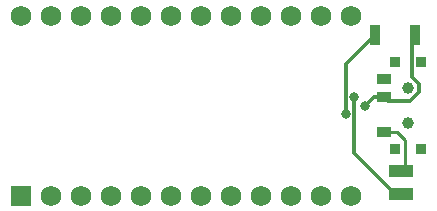
<source format=gbr>
%TF.GenerationSoftware,KiCad,Pcbnew,(6.0.4)*%
%TF.CreationDate,2022-10-25T01:53:53-04:00*%
%TF.ProjectId,battpack,62617474-7061-4636-9b2e-6b696361645f,v1.0.0*%
%TF.SameCoordinates,Original*%
%TF.FileFunction,Copper,L1,Top*%
%TF.FilePolarity,Positive*%
%FSLAX46Y46*%
G04 Gerber Fmt 4.6, Leading zero omitted, Abs format (unit mm)*
G04 Created by KiCad (PCBNEW (6.0.4)) date 2022-10-25 01:53:53*
%MOMM*%
%LPD*%
G01*
G04 APERTURE LIST*
%TA.AperFunction,ComponentPad*%
%ADD10R,1.752600X1.752600*%
%TD*%
%TA.AperFunction,ComponentPad*%
%ADD11C,1.752600*%
%TD*%
%TA.AperFunction,WasherPad*%
%ADD12C,1.000000*%
%TD*%
%TA.AperFunction,SMDPad,CuDef*%
%ADD13R,1.250000X0.900000*%
%TD*%
%TA.AperFunction,SMDPad,CuDef*%
%ADD14R,0.900000X0.900000*%
%TD*%
%TA.AperFunction,SMDPad,CuDef*%
%ADD15R,0.900000X1.700000*%
%TD*%
%TA.AperFunction,SMDPad,CuDef*%
%ADD16R,2.000000X1.000000*%
%TD*%
%TA.AperFunction,ViaPad*%
%ADD17C,0.800000*%
%TD*%
%TA.AperFunction,Conductor*%
%ADD18C,0.300000*%
%TD*%
%TA.AperFunction,Conductor*%
%ADD19C,0.250000*%
%TD*%
G04 APERTURE END LIST*
D10*
%TO.P,,1*%
%TO.N,RAW*%
X-13970000Y-7620000D03*
D11*
%TO.P,,2*%
%TO.N,GND*%
X-11430000Y-7620000D03*
%TO.P,,3*%
%TO.N,RST*%
X-8890000Y-7620000D03*
%TO.P,,4*%
%TO.N,VCC*%
X-6350000Y-7620000D03*
%TO.P,,5*%
%TO.N,F4*%
X-3810000Y-7620000D03*
%TO.P,,6*%
%TO.N,F5*%
X-1270000Y-7620000D03*
%TO.P,,7*%
%TO.N,F6*%
X1270000Y-7620000D03*
%TO.P,,8*%
%TO.N,F7*%
X3810000Y-7620000D03*
%TO.P,,9*%
%TO.N,B1*%
X6350000Y-7620000D03*
%TO.P,,10*%
%TO.N,B3*%
X8890000Y-7620000D03*
%TO.P,,11*%
%TO.N,B2*%
X11430000Y-7620000D03*
%TO.P,,12*%
%TO.N,B6*%
X13970000Y-7620000D03*
%TO.P,,13*%
%TO.N,B5*%
X13970000Y7620000D03*
%TO.P,,14*%
%TO.N,B4*%
X11430000Y7620000D03*
%TO.P,,15*%
%TO.N,E6*%
X8890000Y7620000D03*
%TO.P,,16*%
%TO.N,D7*%
X6350000Y7620000D03*
%TO.P,,17*%
%TO.N,C6*%
X3810000Y7620000D03*
%TO.P,,18*%
%TO.N,D4*%
X1270000Y7620000D03*
%TO.P,,19*%
%TO.N,D0*%
X-1270000Y7620000D03*
%TO.P,,20*%
%TO.N,D1*%
X-3810000Y7620000D03*
%TO.P,,21*%
%TO.N,GND*%
X-6350000Y7620000D03*
%TO.P,,22*%
X-8890000Y7620000D03*
%TO.P,,23*%
%TO.N,D2*%
X-11430000Y7620000D03*
%TO.P,,24*%
%TO.N,D3*%
X-13970000Y7620000D03*
%TD*%
D12*
%TO.P,T1,*%
%TO.N,*%
X18850000Y-1500000D03*
X18850000Y1500000D03*
%TD*%
%TO.P,T2,*%
%TO.N,*%
X18850000Y-1500000D03*
X18850000Y1500000D03*
D13*
%TO.P,T2,1*%
%TO.N,BAT*%
X16775000Y-2250000D03*
%TO.P,T2,2*%
%TO.N,GND*%
X16775000Y750000D03*
%TO.P,T2,3*%
%TO.N,N/C*%
X16775000Y2250000D03*
D14*
%TO.P,T2,*%
%TO.N,*%
X19950000Y-3700000D03*
X17750000Y-3700000D03*
X17750000Y3700000D03*
X19950000Y3700000D03*
%TD*%
D15*
%TO.P,B1,1*%
%TO.N,RST*%
X16050000Y6000000D03*
%TO.P,B1,2*%
%TO.N,GND*%
X19450000Y6000000D03*
%TD*%
D16*
%TO.P,PAD3,1*%
%TO.N,RAW*%
X18250000Y-7500000D03*
%TD*%
%TO.P,PAD4,1*%
%TO.N,BAT*%
X18250000Y-5500000D03*
%TD*%
D17*
%TO.N,RST*%
X13536005Y-739213D03*
%TO.N,RAW*%
X14285505Y759787D03*
%TO.N,GND*%
X15208924Y10287D03*
%TD*%
D18*
%TO.N,RST*%
X13536005Y-739213D02*
X13536005Y3486005D01*
X13536005Y3486005D02*
X16050000Y6000000D01*
%TO.N,RAW*%
X14285505Y759787D02*
X14285505Y-4035505D01*
X14285505Y-4035505D02*
X17750000Y-7500000D01*
X17750000Y-7500000D02*
X18250000Y-7500000D01*
%TO.N,GND*%
X19737657Y1153200D02*
X18969446Y384989D01*
X19737657Y1813748D02*
X19737657Y1153200D01*
X19150489Y2400916D02*
X19737657Y1813748D01*
X19150489Y5700489D02*
X19150489Y2400916D01*
X19450000Y6000000D02*
X19150489Y5700489D01*
X18969446Y384989D02*
X17140011Y384989D01*
X17140011Y384989D02*
X16775000Y750000D01*
X15208924Y10287D02*
X15948637Y750000D01*
X15948637Y750000D02*
X16775000Y750000D01*
D19*
%TO.N,BAT*%
X18524511Y-2925489D02*
X17849022Y-2250000D01*
X17849022Y-2250000D02*
X16775000Y-2250000D01*
X18524511Y-5225489D02*
X18524511Y-2925489D01*
X18250000Y-5500000D02*
X18524511Y-5225489D01*
%TD*%
M02*

</source>
